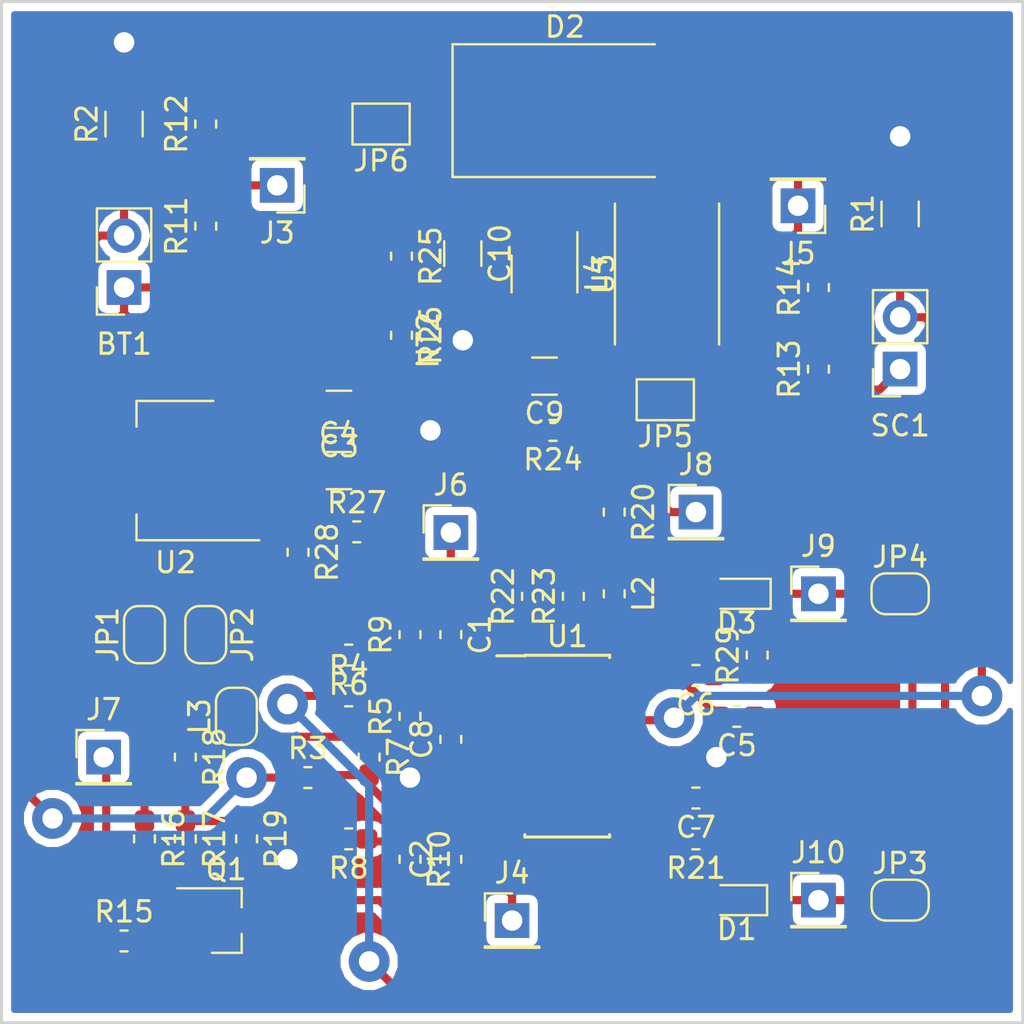
<source format=kicad_pcb>
(kicad_pcb (version 20171130) (host pcbnew 6.0.0-rc1-unknown-829ba27~65~ubuntu17.10.1)
  (layers (0 F.Cu signal) (31 B.Cu signal) (34 B.Paste user) (35 F.Paste user) (36 B.SilkS user) (37 F.SilkS user) (38 B.Mask user) (39 F.Mask user) (44 Edge.Cuts user))
  (net 0 "")
  (net 1 /batt_current)
  (net 2 GND)
  (net 3 +BATT)
  (net 4 "Net-(JP1-Pad1)")
  (net 5 +VSW)
  (net 6 /solar_current)
  (net 7 "Net-(Q1-Pad2)")
  (net 8 "Net-(D1-Pad1)")
  (net 9 /SOLAR_CUR)
  (net 10 /MT_GND)
  (net 11 /set_current)
  (net 12 /MT_FB)
  (net 13 /MT_OUT)
  (net 14 /MT_EN)
  (net 15 /MT_IN)
  (net 16 /mppt_out)
  (net 17 "Net-(C7-Pad1)")
  (net 18 /cur_output)
  (net 19 "Net-(Q1-Pad1)")
  (net 20 "Net-(J7-Pad1)")
  (net 21 /V_op)
  (net 22 "Net-(J3-Pad1)")
  (net 23 +2V8)
  (net 24 /MT_SW)
  (net 25 /pwm)
  (net 26 /BATT_CUR)
  (net 27 /A-)
  (net 28 /B+)
  (net 29 /A+)
  (net 30 /B-)
  (net 31 "Net-(R27-Pad1)")
  (net 32 /v_solar_adc)
  (net 33 "Net-(C6-Pad1)")
  (net 34 /v_mppt_set)
  (net 35 "Net-(J8-Pad1)")
  (net 36 "Net-(D3-Pad1)")
  (module solar-light:smps_gnd_tie (layer F.Cu) (at 122.584993 116.584993 90)
    (fp_text reference NT2 (at 0 -1.7 90) (layer F.SilkS))
    (fp_text value Net-Tie_2)
    (pad 1 smd rect (at 0 0 90) (size 2 2) (layers F.Cu F.Paste F.Mask) (net 10 /MT_GND) (thermal_gap -0.2))
    (pad 2 thru_hole circle (at 0 0 90) (size 2 2) (drill 1) (layers *.Mask B.Cu) (net 2 GND))
  )
  (module Package_SO:SOIC-14_3.9x8.7mm_P1.27mm (layer F.Cu) (at 127.7 136.46)
    (fp_text reference U1 (at 0 -5.375) (layer F.SilkS))
    (fp_text value LMV324)
    (pad 1 smd rect (at -2.7 -3.81) (size 1.5 0.6) (layers F.Cu F.Paste F.Mask) (net 6 /solar_current))
    (pad 2 smd rect (at -2.7 -2.54) (size 1.5 0.6) (layers F.Cu F.Paste F.Mask) (net 27 /A-))
    (pad 3 smd rect (at -2.7 -1.27) (size 1.5 0.6) (layers F.Cu F.Paste F.Mask) (net 29 /A+))
    (pad 4 smd rect (at -2.7 0) (size 1.5 0.6) (layers F.Cu F.Paste F.Mask) (net 21 /V_op))
    (pad 5 smd rect (at -2.7 1.27) (size 1.5 0.6) (layers F.Cu F.Paste F.Mask) (net 28 /B+))
    (pad 6 smd rect (at -2.7 2.54) (size 1.5 0.6) (layers F.Cu F.Paste F.Mask) (net 30 /B-))
    (pad 7 smd rect (at -2.7 3.81) (size 1.5 0.6) (layers F.Cu F.Paste F.Mask) (net 1 /batt_current))
    (pad 8 smd rect (at 2.7 3.81) (size 1.5 0.6) (layers F.Cu F.Paste F.Mask) (net 18 /cur_output))
    (pad 9 smd rect (at 2.7 2.54) (size 1.5 0.6) (layers F.Cu F.Paste F.Mask) (net 11 /set_current))
    (pad 10 smd rect (at 2.7 1.27) (size 1.5 0.6) (layers F.Cu F.Paste F.Mask) (net 1 /batt_current))
    (pad 11 smd rect (at 2.7 0) (size 1.5 0.6) (layers F.Cu F.Paste F.Mask) (net 2 GND))
    (pad 12 smd rect (at 2.7 -1.27) (size 1.5 0.6) (layers F.Cu F.Paste F.Mask) (net 32 /v_solar_adc))
    (pad 13 smd rect (at 2.7 -2.54) (size 1.5 0.6) (layers F.Cu F.Paste F.Mask) (net 34 /v_mppt_set))
    (pad 14 smd rect (at 2.7 -3.81) (size 1.5 0.6) (layers F.Cu F.Paste F.Mask) (net 16 /mppt_out))
  )
  (module Diode_SMD:D_0603_1608Metric_Pad1.05x0.95mm_HandSolder (layer F.Cu) (at 136 129 180)
    (fp_text reference D3 (at 0 -1.43 180) (layer F.SilkS))
    (fp_text value D_Schottky)
    (pad 1 smd roundrect (at -0.875 0 180) (size 1.05 0.95) (layers F.Cu F.Paste F.Mask) (net 36 "Net-(D3-Pad1)"))
    (pad 2 smd roundrect (at 0.875 0 180) (size 1.05 0.95) (layers F.Cu F.Paste F.Mask) (net 16 /mppt_out))
  )
  (module Capacitor_SMD:C_0603_1608Metric_Pad1.05x0.95mm_HandSolder (layer F.Cu) (at 134 133 180)
    (fp_text reference C6 (at 0 -1.43 180) (layer F.SilkS))
    (fp_text value NC)
    (pad 1 smd roundrect (at -0.875 0 180) (size 1.05 0.95) (layers F.Cu F.Paste F.Mask) (net 33 "Net-(C6-Pad1)"))
    (pad 2 smd roundrect (at 0.875 0 180) (size 1.05 0.95) (layers F.Cu F.Paste F.Mask) (net 34 /v_mppt_set))
  )
  (module Resistor_SMD:R_0603_1608Metric_Pad1.05x0.95mm_HandSolder (layer F.Cu) (at 128 129.125 90)
    (fp_text reference R23 (at 0 -1.43 90) (layer F.SilkS))
    (fp_text value 1K)
    (pad 2 smd roundrect (at 0.875 0 90) (size 1.05 0.95) (layers F.Cu F.Paste F.Mask) (net 2 GND))
    (pad 1 smd roundrect (at -0.875 0 90) (size 1.05 0.95) (layers F.Cu F.Paste F.Mask) (net 34 /v_mppt_set))
  )
  (module Resistor_SMD:R_0603_1608Metric_Pad1.05x0.95mm_HandSolder (layer F.Cu) (at 130 125 270)
    (fp_text reference R20 (at 0 -1.43 270) (layer F.SilkS))
    (fp_text value 100)
    (pad 1 smd roundrect (at -0.875 0 270) (size 1.05 0.95) (layers F.Cu F.Paste F.Mask) (net 35 "Net-(J8-Pad1)"))
    (pad 2 smd roundrect (at 0.875 0 270) (size 1.05 0.95) (layers F.Cu F.Paste F.Mask) (net 25 /pwm))
  )
  (module Resistor_SMD:R_0603_1608Metric_Pad1.05x0.95mm_HandSolder (layer F.Cu) (at 126 129.125 90)
    (fp_text reference R22 (at 0 -1.43 90) (layer F.SilkS))
    (fp_text value 220K)
    (pad 2 smd roundrect (at 0.875 0 90) (size 1.05 0.95) (layers F.Cu F.Paste F.Mask) (net 34 /v_mppt_set))
    (pad 1 smd roundrect (at -0.875 0 90) (size 1.05 0.95) (layers F.Cu F.Paste F.Mask) (net 21 /V_op))
  )
  (module Resistor_SMD:R_0603_1608Metric_Pad1.05x0.95mm_HandSolder (layer F.Cu) (at 137 132 90)
    (fp_text reference R29 (at 0 -1.43 90) (layer F.SilkS))
    (fp_text value NC)
    (pad 1 smd roundrect (at -0.875 0 90) (size 1.05 0.95) (layers F.Cu F.Paste F.Mask) (net 33 "Net-(C6-Pad1)"))
    (pad 2 smd roundrect (at 0.875 0 90) (size 1.05 0.95) (layers F.Cu F.Paste F.Mask) (net 16 /mppt_out))
  )
  (module Package_TO_SOT_SMD:SOT-23-6_Handsoldering (layer F.Cu) (at 126.584993 113.343124 270)
    (fp_text reference U3 (at 0 -2.9 270) (layer F.SilkS))
    (fp_text value SD6201)
    (pad 1 smd rect (at -1.35 -0.95 270) (size 1.56 0.55) (layers F.Cu F.Paste F.Mask) (net 24 /MT_SW))
    (pad 2 smd rect (at -1.35 0 270) (size 1.56 0.55) (layers F.Cu F.Paste F.Mask) (net 10 /MT_GND))
    (pad 3 smd rect (at -1.35 0.95 270) (size 1.56 0.55) (layers F.Cu F.Paste F.Mask) (net 12 /MT_FB))
    (pad 4 smd rect (at 1.35 0.95 270) (size 1.56 0.55) (layers F.Cu F.Paste F.Mask) (net 14 /MT_EN))
    (pad 6 smd rect (at 1.35 -0.95 270) (size 1.56 0.55) (layers F.Cu F.Paste F.Mask) (net 15 /MT_IN))
    (pad 5 smd rect (at 1.35 0 270) (size 1.56 0.55) (layers F.Cu F.Paste F.Mask) (net 15 /MT_IN))
  )
  (module Resistor_SMD:R_0603_1608Metric_Pad1.05x0.95mm_HandSolder (layer F.Cu) (at 110 111 90)
    (fp_text reference R11 (at 0 -1.43 90) (layer F.SilkS))
    (fp_text value R_Small)
    (pad 2 smd roundrect (at 0.875 0 90) (size 1.05 0.95) (layers F.Cu F.Paste F.Mask) (net 22 "Net-(J3-Pad1)"))
    (pad 1 smd roundrect (at -0.875 0 90) (size 1.05 0.95) (layers F.Cu F.Paste F.Mask) (net 3 +BATT))
  )
  (module Connector_PinHeader_2.54mm:PinHeader_1x01_P2.54mm_Vertical (layer F.Cu) (at 113.5 109 180)
    (fp_text reference J3 (at 0 -2.33 180) (layer F.SilkS))
    (fp_text value batt_voltage)
    (pad 1 thru_hole rect (at 0 0 180) (size 1.7 1.7) (drill 1) (layers *.Cu *.Mask) (net 22 "Net-(J3-Pad1)"))
  )
  (module Capacitor_SMD:C_1206_3216Metric_Pad1.42x1.75mm_HandSolder (layer F.Cu) (at 116.518573 119.967462 180)
    (fp_text reference C3 (at 0 -1.82 180) (layer F.SilkS))
    (fp_text value 10uF)
    (pad 2 smd roundrect (at 1.4875 0 180) (size 1.425 1.75) (layers F.Cu F.Paste F.Mask) (roundrect_rratio 0.175439) (net 3 +BATT))
    (pad 1 smd roundrect (at -1.4875 0 180) (size 1.425 1.75) (layers F.Cu F.Paste F.Mask) (roundrect_rratio 0.175439) (net 2 GND))
  )
  (module Capacitor_SMD:C_1206_3216Metric_Pad1.42x1.75mm_HandSolder (layer F.Cu) (at 116.518573 122.967462)
    (fp_text reference C4 (at 0 -1.82) (layer F.SilkS))
    (fp_text value 10uF)
    (pad 1 smd roundrect (at -1.4875 0) (size 1.425 1.75) (layers F.Cu F.Paste F.Mask) (roundrect_rratio 0.175439) (net 23 +2V8))
    (pad 2 smd roundrect (at 1.4875 0) (size 1.425 1.75) (layers F.Cu F.Paste F.Mask) (roundrect_rratio 0.175439) (net 2 GND))
  )
  (module Package_TO_SOT_SMD:SOT-223-3_TabPin2 (layer F.Cu) (at 108.518573 122.967462 180)
    (fp_text reference U2 (at 0 -4.5 180) (layer F.SilkS))
    (fp_text value LM317_ADJ)
    (pad 2 smd rect (at 3.15 0 180) (size 2 3.8) (layers F.Cu F.Paste F.Mask) (net 23 +2V8))
    (pad 2 smd rect (at -3.15 0 180) (size 2 1.5) (layers F.Cu F.Paste F.Mask) (net 23 +2V8))
    (pad 3 smd rect (at -3.15 2.3 180) (size 2 1.5) (layers F.Cu F.Paste F.Mask) (net 3 +BATT))
    (pad 1 smd rect (at -3.15 -2.3 180) (size 2 1.5) (layers F.Cu F.Paste F.Mask) (net 31 "Net-(R27-Pad1)"))
  )
  (module Resistor_SMD:R_0603_1608Metric_Pad1.05x0.95mm_HandSolder (layer F.Cu) (at 117.393573 125.967462)
    (fp_text reference R27 (at 0 -1.43) (layer F.SilkS))
    (fp_text value 1K)
    (pad 2 smd roundrect (at 0.875 0) (size 1.05 0.95) (layers F.Cu F.Paste F.Mask) (net 2 GND))
    (pad 1 smd roundrect (at -0.875 0) (size 1.05 0.95) (layers F.Cu F.Paste F.Mask) (net 31 "Net-(R27-Pad1)"))
  )
  (module Resistor_SMD:R_0603_1608Metric_Pad1.05x0.95mm_HandSolder (layer F.Cu) (at 114.518573 126.967462 270)
    (fp_text reference R28 (at 0 -1.43 270) (layer F.SilkS))
    (fp_text value 1K)
    (pad 1 smd roundrect (at -0.875 0 270) (size 1.05 0.95) (layers F.Cu F.Paste F.Mask) (net 23 +2V8))
    (pad 2 smd roundrect (at 0.875 0 270) (size 1.05 0.95) (layers F.Cu F.Paste F.Mask) (net 31 "Net-(R27-Pad1)"))
  )
  (module Capacitor_SMD:C_0603_1608Metric_Pad1.05x0.95mm_HandSolder (layer F.Cu) (at 122 131 270)
    (fp_text reference C1 (at 0 -1.43 270) (layer F.SilkS))
    (fp_text value 0.1uF)
    (pad 2 smd roundrect (at 0.875 0 270) (size 1.05 0.95) (layers F.Cu F.Paste F.Mask) (net 27 /A-))
    (pad 1 smd roundrect (at -0.875 0 270) (size 1.05 0.95) (layers F.Cu F.Paste F.Mask) (net 6 /solar_current))
  )
  (module Capacitor_SMD:C_0603_1608Metric_Pad1.05x0.95mm_HandSolder (layer F.Cu) (at 122 142 90)
    (fp_text reference C2 (at 0 -1.43 90) (layer F.SilkS))
    (fp_text value 0.1uF)
    (pad 1 smd roundrect (at -0.875 0 90) (size 1.05 0.95) (layers F.Cu F.Paste F.Mask) (net 1 /batt_current))
    (pad 2 smd roundrect (at 0.875 0 90) (size 1.05 0.95) (layers F.Cu F.Paste F.Mask) (net 30 /B-))
  )
  (module Capacitor_SMD:C_0603_1608Metric_Pad1.05x0.95mm_HandSolder (layer F.Cu) (at 136 135 180)
    (fp_text reference C5 (at 0 -1.43 180) (layer F.SilkS))
    (fp_text value 0.1uF)
    (pad 2 smd roundrect (at 0.875 0 180) (size 1.05 0.95) (layers F.Cu F.Paste F.Mask) (net 34 /v_mppt_set))
    (pad 1 smd roundrect (at -0.875 0 180) (size 1.05 0.95) (layers F.Cu F.Paste F.Mask) (net 2 GND))
  )
  (module Capacitor_SMD:C_0603_1608Metric_Pad1.05x0.95mm_HandSolder (layer F.Cu) (at 134 139 180)
    (fp_text reference C7 (at 0 -1.43 180) (layer F.SilkS))
    (fp_text value NC)
    (pad 2 smd roundrect (at 0.875 0 180) (size 1.05 0.95) (layers F.Cu F.Paste F.Mask) (net 11 /set_current))
    (pad 1 smd roundrect (at -0.875 0 180) (size 1.05 0.95) (layers F.Cu F.Paste F.Mask) (net 17 "Net-(C7-Pad1)"))
  )
  (module Capacitor_SMD:C_0603_1608Metric_Pad1.05x0.95mm_HandSolder (layer F.Cu) (at 122 136.125 90)
    (fp_text reference C8 (at 0 -1.43 90) (layer F.SilkS))
    (fp_text value 0.1uF)
    (pad 2 smd roundrect (at 0.875 0 90) (size 1.05 0.95) (layers F.Cu F.Paste F.Mask) (net 21 /V_op))
    (pad 1 smd roundrect (at -0.875 0 90) (size 1.05 0.95) (layers F.Cu F.Paste F.Mask) (net 2 GND))
  )
  (module Capacitor_SMD:C_1206_3216Metric_Pad1.42x1.75mm_HandSolder (layer F.Cu) (at 126.584993 118.343124 180)
    (fp_text reference C9 (at 0 -1.82 180) (layer F.SilkS))
    (fp_text value 22uF)
    (pad 2 smd roundrect (at 1.4875 0 180) (size 1.425 1.75) (layers F.Cu F.Paste F.Mask) (roundrect_rratio 0.175439) (net 10 /MT_GND))
    (pad 1 smd roundrect (at -1.4875 0 180) (size 1.425 1.75) (layers F.Cu F.Paste F.Mask) (roundrect_rratio 0.175439) (net 15 /MT_IN))
  )
  (module Capacitor_SMD:C_1206_3216Metric_Pad1.42x1.75mm_HandSolder (layer F.Cu) (at 122.584993 112.343124 270)
    (fp_text reference C10 (at 0 -1.82 270) (layer F.SilkS))
    (fp_text value 22uF)
    (pad 1 smd roundrect (at -1.4875 0 270) (size 1.425 1.75) (layers F.Cu F.Paste F.Mask) (roundrect_rratio 0.175439) (net 13 /MT_OUT))
    (pad 2 smd roundrect (at 1.4875 0 270) (size 1.425 1.75) (layers F.Cu F.Paste F.Mask) (roundrect_rratio 0.175439) (net 10 /MT_GND))
  )
  (module Connector_PinHeader_2.54mm:PinHeader_1x01_P2.54mm_Vertical (layer F.Cu) (at 125 145)
    (fp_text reference J4 (at 0 -2.33) (layer F.SilkS))
    (fp_text value batt_current)
    (pad 1 thru_hole rect (at 0 0) (size 1.7 1.7) (drill 1) (layers *.Cu *.Mask) (net 1 /batt_current))
  )
  (module Connector_PinHeader_2.54mm:PinHeader_1x01_P2.54mm_Vertical (layer F.Cu) (at 140 144)
    (fp_text reference J10 (at 0 -2.33) (layer F.SilkS))
    (fp_text value CURRENT_SET)
    (pad 1 thru_hole rect (at 0 0) (size 1.7 1.7) (drill 1) (layers *.Cu *.Mask) (net 8 "Net-(D1-Pad1)"))
  )
  (module Connector_PinHeader_2.54mm:PinHeader_1x01_P2.54mm_Vertical (layer F.Cu) (at 140 129)
    (fp_text reference J9 (at 0 -2.33) (layer F.SilkS))
    (fp_text value MPPT)
    (pad 1 thru_hole rect (at 0 0) (size 1.7 1.7) (drill 1) (layers *.Cu *.Mask) (net 36 "Net-(D3-Pad1)"))
  )
  (module Connector_PinHeader_2.54mm:PinHeader_1x01_P2.54mm_Vertical (layer F.Cu) (at 105 137)
    (fp_text reference J7 (at 0 -2.33) (layer F.SilkS))
    (fp_text value TRICKLE_DIS)
    (pad 1 thru_hole rect (at 0 0) (size 1.7 1.7) (drill 1) (layers *.Cu *.Mask) (net 20 "Net-(J7-Pad1)"))
  )
  (module Connector_PinHeader_2.54mm:PinHeader_1x01_P2.54mm_Vertical (layer F.Cu) (at 122 126)
    (fp_text reference J6 (at 0 -2.33) (layer F.SilkS))
    (fp_text value solar_current)
    (pad 1 thru_hole rect (at 0 0) (size 1.7 1.7) (drill 1) (layers *.Cu *.Mask) (net 6 /solar_current))
  )
  (module Connector_PinHeader_2.54mm:PinHeader_1x01_P2.54mm_Vertical (layer F.Cu) (at 139 110 180)
    (fp_text reference J5 (at 0 -2.33 180) (layer F.SilkS))
    (fp_text value v_solar_adc)
    (pad 1 thru_hole rect (at 0 0 180) (size 1.7 1.7) (drill 1) (layers *.Cu *.Mask) (net 32 /v_solar_adc))
  )
  (module Connector_PinHeader_2.54mm:PinHeader_1x01_P2.54mm_Vertical (layer F.Cu) (at 134 125)
    (fp_text reference J8 (at 0 -2.33) (layer F.SilkS))
    (fp_text value PWM_MPPT)
    (pad 1 thru_hole rect (at 0 0) (size 1.7 1.7) (drill 1) (layers *.Cu *.Mask) (net 35 "Net-(J8-Pad1)"))
  )
  (module Connector_PinSocket_2.54mm:PinSocket_1x02_P2.54mm_Vertical (layer F.Cu) (at 144 118 180)
    (fp_text reference SC1 (at 0 -2.77 180) (layer F.SilkS))
    (fp_text value Solar_Cell)
    (pad 2 thru_hole oval (at 0 2.54 180) (size 1.7 1.7) (drill 1) (layers *.Cu *.Mask) (net 9 /SOLAR_CUR))
    (pad 1 thru_hole rect (at 0 0 180) (size 1.7 1.7) (drill 1) (layers *.Cu *.Mask) (net 5 +VSW))
  )
  (module Connector_PinSocket_2.54mm:PinSocket_1x02_P2.54mm_Vertical (layer F.Cu) (at 106 114 180)
    (fp_text reference BT1 (at 0 -2.77 180) (layer F.SilkS))
    (fp_text value Battery_Cell)
    (pad 1 thru_hole rect (at 0 0 180) (size 1.7 1.7) (drill 1) (layers *.Cu *.Mask) (net 3 +BATT))
    (pad 2 thru_hole oval (at 0 2.54 180) (size 1.7 1.7) (drill 1) (layers *.Cu *.Mask) (net 26 /BATT_CUR))
  )
  (module Diode_SMD:D_0603_1608Metric_Pad0.88x0.95mm_HandSolder (layer F.Cu) (at 136 144 180)
    (fp_text reference D1 (at 0 -1.43 180) (layer F.SilkS))
    (fp_text value D_Schottky)
    (pad 1 smd roundrect (at -0.7875 0 180) (size 0.875 0.95) (layers F.Cu F.Paste F.Mask) (net 8 "Net-(D1-Pad1)"))
    (pad 2 smd roundrect (at 0.7875 0 180) (size 0.875 0.95) (layers F.Cu F.Paste F.Mask) (net 18 /cur_output))
  )
  (module Diode_SMD:D_SMB-SMC_Universal_Handsoldering (layer F.Cu) (at 127.584993 105.343124)
    (fp_text reference D2 (at 0 -4.1) (layer F.SilkS))
    (fp_text value SS32)
    (pad 1 smd trapezoid (at -3.2 0) (size 4.3 2.6) (rect_delta 1 0) (layers F.Cu F.Paste F.Mask) (net 13 /MT_OUT))
    (pad 2 smd trapezoid (at 3.2 0 180) (size 4.3 2.6) (rect_delta 1 0) (layers F.Cu F.Paste F.Mask) (net 24 /MT_SW))
  )
  (module Inductor_SMD:L_0603_1608Metric_Pad1.05x0.95mm_HandSolder (layer F.Cu) (at 130 129 270)
    (fp_text reference L2 (at 0 -1.43 270) (layer F.SilkS))
    (fp_text value 100nF)
    (pad 1 smd roundrect (at -0.875 0 270) (size 1.05 0.95) (layers F.Cu F.Paste F.Mask) (net 25 /pwm))
    (pad 2 smd roundrect (at 0.875 0 270) (size 1.05 0.95) (layers F.Cu F.Paste F.Mask) (net 34 /v_mppt_set))
  )
  (module Inductor_SMD:L_Taiyo-Yuden_NR-50xx_HandSoldering (layer F.Cu) (at 132.584993 113.343124 90)
    (fp_text reference L4 (at 0 -3.45 90) (layer F.SilkS))
    (fp_text value 4.7uH)
    (pad 1 smd rect (at -2.25 0 90) (size 2.4 4.2) (layers F.Cu F.Paste F.Mask) (net 15 /MT_IN))
    (pad 2 smd rect (at 2.25 0 90) (size 2.4 4.2) (layers F.Cu F.Paste F.Mask) (net 24 /MT_SW))
  )
  (module Jumper:SolderJumper-2_P1.3mm_Bridged_Pad1.0x1.5mm (layer F.Cu) (at 132.5 119.5 180)
    (fp_text reference JP5 (at 0 -1.8 180) (layer F.SilkS))
    (fp_text value Jumper_NC_Small)
    (pad 1 smd rect (at -0.65 0 180) (size 1 1.5) (layers F.Cu F.Mask) (net 5 +VSW))
    (pad 2 smd rect (at 0.65 0 180) (size 1 1.5) (layers F.Cu F.Mask) (net 15 /MT_IN))
    (pad 1 smd rect (at 0 0 180) (size 0.5 0.6) (layers F.Cu F.Mask) (net 5 +VSW))
  )
  (module Jumper:SolderJumper-2_P1.3mm_Bridged_Pad1.0x1.5mm (layer F.Cu) (at 118.584993 106 180)
    (fp_text reference JP6 (at 0 -1.8 180) (layer F.SilkS))
    (fp_text value Jumper_NC_Small)
    (pad 1 smd rect (at 0 0 180) (size 0.5 0.6) (layers F.Cu F.Mask) (net 13 /MT_OUT))
    (pad 2 smd rect (at 0.65 0 180) (size 1 1.5) (layers F.Cu F.Mask) (net 3 +BATT))
    (pad 1 smd rect (at -0.65 0 180) (size 1 1.5) (layers F.Cu F.Mask) (net 13 /MT_OUT))
  )
  (module Jumper:SolderJumper-2_P1.3mm_Bridged_RoundedPad1.0x1.5mm (layer F.Cu) (at 111.5 135 90)
    (fp_text reference L3 (at 0 -1.8 90) (layer F.SilkS))
    (fp_text value JUMPER)
    (pad 1 smd rect (at 0 0 90) (size 0.5 0.6) (layers F.Cu F.Mask) (net 21 /V_op))
    (pad 2 smd roundrect (at 0.65 0 90) (size 1 1.5) (layers F.Cu F.Mask) (roundrect_rratio 0.5) (net 4 "Net-(JP1-Pad1)"))
    (pad 1 smd roundrect (at -0.65 0 90) (size 1 1.5) (layers F.Cu F.Mask) (roundrect_rratio 0.5) (net 21 /V_op))
    (pad 1 smd rect (at -0.4 0 90) (size 0.5 1.5) (layers F.Cu F.Mask) (net 21 /V_op))
    (pad 2 smd rect (at 0.4 0 90) (size 0.5 1.5) (layers F.Cu F.Mask) (net 4 "Net-(JP1-Pad1)"))
  )
  (module Jumper:SolderJumper-2_P1.3mm_Open_RoundedPad1.0x1.5mm (layer F.Cu) (at 110 131 270)
    (fp_text reference JP2 (at 0 -1.8 270) (layer F.SilkS))
    (fp_text value 2V8)
    (pad 2 smd rect (at 0.4 0 270) (size 0.5 1.5) (layers F.Cu F.Mask) (net 4 "Net-(JP1-Pad1)"))
    (pad 1 smd rect (at -0.4 0 270) (size 0.5 1.5) (layers F.Cu F.Mask) (net 23 +2V8))
    (pad 1 smd roundrect (at -0.65 0 270) (size 1 1.5) (layers F.Cu F.Mask) (roundrect_rratio 0.5) (net 23 +2V8))
    (pad 2 smd roundrect (at 0.65 0 270) (size 1 1.5) (layers F.Cu F.Mask) (roundrect_rratio 0.5) (net 4 "Net-(JP1-Pad1)"))
  )
  (module Jumper:SolderJumper-2_P1.3mm_Open_RoundedPad1.0x1.5mm (layer F.Cu) (at 144 144)
    (fp_text reference JP3 (at 0 -1.8) (layer F.SilkS))
    (fp_text value Jumper_NO_Small)
    (pad 2 smd roundrect (at 0.65 0) (size 1 1.5) (layers F.Cu F.Mask) (roundrect_rratio 0.5) (net 12 /MT_FB))
    (pad 1 smd roundrect (at -0.65 0) (size 1 1.5) (layers F.Cu F.Mask) (roundrect_rratio 0.5) (net 8 "Net-(D1-Pad1)"))
    (pad 1 smd rect (at -0.4 0) (size 0.5 1.5) (layers F.Cu F.Mask) (net 8 "Net-(D1-Pad1)"))
    (pad 2 smd rect (at 0.4 0) (size 0.5 1.5) (layers F.Cu F.Mask) (net 12 /MT_FB))
  )
  (module Jumper:SolderJumper-2_P1.3mm_Open_RoundedPad1.0x1.5mm (layer F.Cu) (at 144 129)
    (fp_text reference JP4 (at 0 -1.8) (layer F.SilkS))
    (fp_text value Jumper_NO_Small)
    (pad 2 smd rect (at 0.4 0) (size 0.5 1.5) (layers F.Cu F.Mask) (net 12 /MT_FB))
    (pad 1 smd rect (at -0.4 0) (size 0.5 1.5) (layers F.Cu F.Mask) (net 36 "Net-(D3-Pad1)"))
    (pad 1 smd roundrect (at -0.65 0) (size 1 1.5) (layers F.Cu F.Mask) (roundrect_rratio 0.5) (net 36 "Net-(D3-Pad1)"))
    (pad 2 smd roundrect (at 0.65 0) (size 1 1.5) (layers F.Cu F.Mask) (roundrect_rratio 0.5) (net 12 /MT_FB))
  )
  (module Jumper:SolderJumper-2_P1.3mm_Open_RoundedPad1.0x1.5mm (layer F.Cu) (at 107 131 90)
    (fp_text reference JP1 (at 0 -1.8 90) (layer F.SilkS))
    (fp_text value BATT+)
    (pad 2 smd roundrect (at 0.65 0 90) (size 1 1.5) (layers F.Cu F.Mask) (roundrect_rratio 0.5) (net 3 +BATT))
    (pad 1 smd roundrect (at -0.65 0 90) (size 1 1.5) (layers F.Cu F.Mask) (roundrect_rratio 0.5) (net 4 "Net-(JP1-Pad1)"))
    (pad 1 smd rect (at -0.4 0 90) (size 0.5 1.5) (layers F.Cu F.Mask) (net 4 "Net-(JP1-Pad1)"))
    (pad 2 smd rect (at 0.4 0 90) (size 0.5 1.5) (layers F.Cu F.Mask) (net 3 +BATT))
  )
  (module Package_TO_SOT_SMD:SOT-23_Handsoldering (layer F.Cu) (at 111 145)
    (fp_text reference Q1 (at 0 -2.5) (layer F.SilkS))
    (fp_text value AO3400)
    (pad 1 smd rect (at -1.5 -0.95) (size 1.9 0.8) (layers F.Cu F.Paste F.Mask) (net 19 "Net-(Q1-Pad1)"))
    (pad 2 smd rect (at -1.5 0.95) (size 1.9 0.8) (layers F.Cu F.Paste F.Mask) (net 7 "Net-(Q1-Pad2)"))
    (pad 3 smd rect (at 1.5 0) (size 1.9 0.8) (layers F.Cu F.Paste F.Mask) (net 2 GND))
  )
  (module Resistor_SMD:R_0603_1608Metric_Pad1.05x0.95mm_HandSolder (layer F.Cu) (at 140 114 90)
    (fp_text reference R14 (at 0 -1.43 90) (layer F.SilkS))
    (fp_text value R_Small)
    (pad 2 smd roundrect (at 0.875 0 90) (size 1.05 0.95) (layers F.Cu F.Paste F.Mask) (net 2 GND))
    (pad 1 smd roundrect (at -0.875 0 90) (size 1.05 0.95) (layers F.Cu F.Paste F.Mask) (net 32 /v_solar_adc))
  )
  (module Resistor_SMD:R_0603_1608Metric_Pad1.05x0.95mm_HandSolder (layer F.Cu) (at 110 106 90)
    (fp_text reference R12 (at 0 -1.43 90) (layer F.SilkS))
    (fp_text value 1K)
    (pad 1 smd roundrect (at -0.875 0 90) (size 1.05 0.95) (layers F.Cu F.Paste F.Mask) (net 22 "Net-(J3-Pad1)"))
    (pad 2 smd roundrect (at 0.875 0 90) (size 1.05 0.95) (layers F.Cu F.Paste F.Mask) (net 2 GND))
  )
  (module Resistor_SMD:R_0603_1608Metric_Pad1.05x0.95mm_HandSolder (layer F.Cu) (at 120 142 270)
    (fp_text reference R10 (at 0 -1.43 270) (layer F.SilkS))
    (fp_text value 33K)
    (pad 1 smd roundrect (at -0.875 0 270) (size 1.05 0.95) (layers F.Cu F.Paste F.Mask) (net 30 /B-))
    (pad 2 smd roundrect (at 0.875 0 270) (size 1.05 0.95) (layers F.Cu F.Paste F.Mask) (net 1 /batt_current))
  )
  (module Resistor_SMD:R_0603_1608Metric_Pad1.05x0.95mm_HandSolder (layer F.Cu) (at 120 131 90)
    (fp_text reference R9 (at 0 -1.43 90) (layer F.SilkS))
    (fp_text value 33K)
    (pad 2 smd roundrect (at 0.875 0 90) (size 1.05 0.95) (layers F.Cu F.Paste F.Mask) (net 6 /solar_current))
    (pad 1 smd roundrect (at -0.875 0 90) (size 1.05 0.95) (layers F.Cu F.Paste F.Mask) (net 27 /A-))
  )
  (module Resistor_SMD:R_0603_1608Metric_Pad1.05x0.95mm_HandSolder (layer F.Cu) (at 117 141 180)
    (fp_text reference R8 (at 0 -1.43 180) (layer F.SilkS))
    (fp_text value 1K)
    (pad 1 smd roundrect (at -0.875 0 180) (size 1.05 0.95) (layers F.Cu F.Paste F.Mask) (net 30 /B-))
    (pad 2 smd roundrect (at 0.875 0 180) (size 1.05 0.95) (layers F.Cu F.Paste F.Mask) (net 2 GND))
  )
  (module Resistor_SMD:R_0603_1608Metric_Pad1.05x0.95mm_HandSolder (layer F.Cu) (at 118 137 270)
    (fp_text reference R7 (at 0 -1.43 270) (layer F.SilkS))
    (fp_text value 33K)
    (pad 2 smd roundrect (at 0.875 0 270) (size 1.05 0.95) (layers F.Cu F.Paste F.Mask) (net 28 /B+))
    (pad 1 smd roundrect (at -0.875 0 270) (size 1.05 0.95) (layers F.Cu F.Paste F.Mask) (net 21 /V_op))
  )
  (module Resistor_SMD:R_0603_1608Metric_Pad1.05x0.95mm_HandSolder (layer F.Cu) (at 120 135 90)
    (fp_text reference R5 (at 0 -1.43 90) (layer F.SilkS))
    (fp_text value 33K)
    (pad 1 smd roundrect (at -0.875 0 90) (size 1.05 0.95) (layers F.Cu F.Paste F.Mask) (net 21 /V_op))
    (pad 2 smd roundrect (at 0.875 0 90) (size 1.05 0.95) (layers F.Cu F.Paste F.Mask) (net 29 /A+))
  )
  (module Resistor_SMD:R_0603_1608Metric_Pad1.05x0.95mm_HandSolder (layer F.Cu) (at 117 134)
    (fp_text reference R4 (at 0 -1.43) (layer F.SilkS))
    (fp_text value 1K)
    (pad 2 smd roundrect (at 0.875 0) (size 1.05 0.95) (layers F.Cu F.Paste F.Mask) (net 29 /A+))
    (pad 1 smd roundrect (at -0.875 0) (size 1.05 0.95) (layers F.Cu F.Paste F.Mask) (net 9 /SOLAR_CUR))
  )
  (module Resistor_SMD:R_0603_1608Metric_Pad1.05x0.95mm_HandSolder (layer F.Cu) (at 115 138)
    (fp_text reference R3 (at 0 -1.43) (layer F.SilkS))
    (fp_text value 1K)
    (pad 1 smd roundrect (at -0.875 0) (size 1.05 0.95) (layers F.Cu F.Paste F.Mask) (net 26 /BATT_CUR))
    (pad 2 smd roundrect (at 0.875 0) (size 1.05 0.95) (layers F.Cu F.Paste F.Mask) (net 28 /B+))
  )
  (module Resistor_SMD:R_0603_1608Metric_Pad1.05x0.95mm_HandSolder (layer F.Cu) (at 140 118 90)
    (fp_text reference R13 (at 0 -1.43 90) (layer F.SilkS))
    (fp_text value R_Small)
    (pad 2 smd roundrect (at 0.875 0 90) (size 1.05 0.95) (layers F.Cu F.Paste F.Mask) (net 32 /v_solar_adc))
    (pad 1 smd roundrect (at -0.875 0 90) (size 1.05 0.95) (layers F.Cu F.Paste F.Mask) (net 5 +VSW))
  )
  (module Resistor_SMD:R_0603_1608Metric_Pad1.05x0.95mm_HandSolder (layer F.Cu) (at 117 132 180)
    (fp_text reference R6 (at 0 -1.43 180) (layer F.SilkS))
    (fp_text value 1K)
    (pad 1 smd roundrect (at -0.875 0 180) (size 1.05 0.95) (layers F.Cu F.Paste F.Mask) (net 27 /A-))
    (pad 2 smd roundrect (at 0.875 0 180) (size 1.05 0.95) (layers F.Cu F.Paste F.Mask) (net 2 GND))
  )
  (module Resistor_SMD:R_0603_1608Metric_Pad1.05x0.95mm_HandSolder (layer F.Cu) (at 106 146)
    (fp_text reference R15 (at 0 -1.43) (layer F.SilkS))
    (fp_text value 1K)
    (pad 2 smd roundrect (at 0.875 0) (size 1.05 0.95) (layers F.Cu F.Paste F.Mask) (net 7 "Net-(Q1-Pad2)"))
    (pad 1 smd roundrect (at -0.875 0) (size 1.05 0.95) (layers F.Cu F.Paste F.Mask) (net 20 "Net-(J7-Pad1)"))
  )
  (module Resistor_SMD:R_0603_1608Metric_Pad1.05x0.95mm_HandSolder (layer F.Cu) (at 109 141 270)
    (fp_text reference R17 (at 0 -1.43 270) (layer F.SilkS))
    (fp_text value R_Small)
    (pad 1 smd roundrect (at -0.875 0 270) (size 1.05 0.95) (layers F.Cu F.Paste F.Mask) (net 11 /set_current))
    (pad 2 smd roundrect (at 0.875 0 270) (size 1.05 0.95) (layers F.Cu F.Paste F.Mask) (net 19 "Net-(Q1-Pad1)"))
  )
  (module Resistor_SMD:R_0603_1608Metric_Pad1.05x0.95mm_HandSolder (layer F.Cu) (at 109 137 270)
    (fp_text reference R18 (at 0 -1.43 270) (layer F.SilkS))
    (fp_text value 220K)
    (pad 2 smd roundrect (at 0.875 0 270) (size 1.05 0.95) (layers F.Cu F.Paste F.Mask) (net 11 /set_current))
    (pad 1 smd roundrect (at -0.875 0 270) (size 1.05 0.95) (layers F.Cu F.Paste F.Mask) (net 21 /V_op))
  )
  (module Resistor_SMD:R_0603_1608Metric_Pad1.05x0.95mm_HandSolder (layer F.Cu) (at 112 141 270)
    (fp_text reference R19 (at 0 -1.43 270) (layer F.SilkS))
    (fp_text value 1K)
    (pad 1 smd roundrect (at -0.875 0 270) (size 1.05 0.95) (layers F.Cu F.Paste F.Mask) (net 11 /set_current))
    (pad 2 smd roundrect (at 0.875 0 270) (size 1.05 0.95) (layers F.Cu F.Paste F.Mask) (net 2 GND))
  )
  (module Resistor_SMD:R_0603_1608Metric_Pad1.05x0.95mm_HandSolder (layer F.Cu) (at 134 141 180)
    (fp_text reference R21 (at 0 -1.43 180) (layer F.SilkS))
    (fp_text value NC)
    (pad 1 smd roundrect (at -0.875 0 180) (size 1.05 0.95) (layers F.Cu F.Paste F.Mask) (net 17 "Net-(C7-Pad1)"))
    (pad 2 smd roundrect (at 0.875 0 180) (size 1.05 0.95) (layers F.Cu F.Paste F.Mask) (net 18 /cur_output))
  )
  (module Resistor_SMD:R_0603_1608Metric_Pad1.05x0.95mm_HandSolder (layer F.Cu) (at 127 121 180)
    (fp_text reference R24 (at 0 -1.43 180) (layer F.SilkS))
    (fp_text value 20K)
    (pad 2 smd roundrect (at 0.875 0 180) (size 1.05 0.95) (layers F.Cu F.Paste F.Mask) (net 14 /MT_EN))
    (pad 1 smd roundrect (at -0.875 0 180) (size 1.05 0.95) (layers F.Cu F.Paste F.Mask) (net 15 /MT_IN))
  )
  (module Resistor_SMD:R_0603_1608Metric_Pad1.05x0.95mm_HandSolder (layer F.Cu) (at 119.584993 112.468124 270)
    (fp_text reference R25 (at 0 -1.43 270) (layer F.SilkS))
    (fp_text value 20K)
    (pad 1 smd roundrect (at -0.875 0 270) (size 1.05 0.95) (layers F.Cu F.Paste F.Mask) (net 13 /MT_OUT))
    (pad 2 smd roundrect (at 0.875 0 270) (size 1.05 0.95) (layers F.Cu F.Paste F.Mask) (net 12 /MT_FB))
  )
  (module Resistor_SMD:R_0603_1608Metric_Pad1.05x0.95mm_HandSolder (layer F.Cu) (at 119.584993 116.343124 270)
    (fp_text reference R26 (at 0 -1.43 270) (layer F.SilkS))
    (fp_text value 120K)
    (pad 2 smd roundrect (at 0.875 0 270) (size 1.05 0.95) (layers F.Cu F.Paste F.Mask) (net 10 /MT_GND))
    (pad 1 smd roundrect (at -0.875 0 270) (size 1.05 0.95) (layers F.Cu F.Paste F.Mask) (net 12 /MT_FB))
  )
  (module Resistor_SMD:R_0603_1608Metric_Pad1.05x0.95mm_HandSolder (layer F.Cu) (at 107 141 270)
    (fp_text reference R16 (at 0 -1.43 270) (layer F.SilkS))
    (fp_text value 100K)
    (pad 1 smd roundrect (at -0.875 0 270) (size 1.05 0.95) (layers F.Cu F.Paste F.Mask) (net 21 /V_op))
    (pad 2 smd roundrect (at 0.875 0 270) (size 1.05 0.95) (layers F.Cu F.Paste F.Mask) (net 7 "Net-(Q1-Pad2)"))
  )
  (module Resistor_SMD:R_1206_3216Metric (layer F.Cu) (at 106 106 90)
    (fp_text reference R2 (at 0 -1.82 90) (layer F.SilkS))
    (fp_text value 0.1R)
    (pad 2 smd roundrect (at 1.4 0 90) (size 1.25 1.75) (layers F.Cu F.Paste F.Mask) (roundrect_rratio 0.2) (net 2 GND))
    (pad 1 smd roundrect (at -1.4 0 90) (size 1.25 1.75) (layers F.Cu F.Paste F.Mask) (roundrect_rratio 0.2) (net 26 /BATT_CUR))
  )
  (module Resistor_SMD:R_1206_3216Metric (layer F.Cu) (at 144 110.4 90)
    (fp_text reference R1 (at 0 -1.82 90) (layer F.SilkS))
    (fp_text value 0.1R)
    (pad 1 smd roundrect (at -1.4 0 90) (size 1.25 1.75) (layers F.Cu F.Paste F.Mask) (roundrect_rratio 0.2) (net 9 /SOLAR_CUR))
    (pad 2 smd roundrect (at 1.4 0 90) (size 1.25 1.75) (layers F.Cu F.Paste F.Mask) (roundrect_rratio 0.2) (net 2 GND))
  )
  (gr_line (start 100 150) (end 100 100) (layer Edge.Cuts) (width 0.15))
  (gr_line (start 150 150) (end 100 150) (layer Edge.Cuts) (width 0.15))
  (gr_line (start 150 100) (end 150 150) (layer Edge.Cuts) (width 0.15))
  (gr_line (start 100 100) (end 150 100) (layer Edge.Cuts) (width 0.15))
  (segment (start 120 142.875) (end 122 142.875) (width 0.4) (layer F.Cu) (net 1))
  (segment (start 122 142.875) (end 123.125 142.875) (width 0.4) (layer F.Cu) (net 1))
  (segment (start 125 141) (end 125 140.27) (width 0.4) (layer F.Cu) (net 1))
  (segment (start 125 143.75) (end 124.25 143) (width 0.4) (layer F.Cu) (net 1))
  (segment (start 125 145) (end 125 143.75) (width 0.4) (layer F.Cu) (net 1))
  (segment (start 124.25 143) (end 124.25 142.25) (width 0.4) (layer F.Cu) (net 1))
  (segment (start 124.25 142.25) (end 124 142) (width 0.4) (layer F.Cu) (net 1))
  (segment (start 123.125 142.875) (end 124 142) (width 0.4) (layer F.Cu) (net 1))
  (segment (start 124 142) (end 125 141) (width 0.4) (layer F.Cu) (net 1))
  (segment (start 125.860002 140.27) (end 125 140.27) (width 0.4) (layer F.Cu) (net 1))
  (segment (start 128.400002 137.73) (end 125.860002 140.27) (width 0.4) (layer F.Cu) (net 1))
  (segment (start 130.4 137.73) (end 128.400002 137.73) (width 0.4) (layer F.Cu) (net 1))
  (segment (start 106.525 105.125) (end 106 104.6) (width 0.4) (layer F.Cu) (net 2))
  (segment (start 110 105.125) (end 106.525 105.125) (width 0.4) (layer F.Cu) (net 2))
  (segment (start 144 109.125) (end 144 109) (width 0.4) (layer F.Cu) (net 2))
  (segment (start 140 113.125) (end 144 109.125) (width 0.4) (layer F.Cu) (net 2))
  (segment (start 118.006073 119.967462) (end 118.006073 121.5) (width 0.4) (layer F.Cu) (net 2))
  (segment (start 118.006073 121.5) (end 118.006073 122.967462) (width 0.4) (layer F.Cu) (net 2))
  (segment (start 118.006073 125.704962) (end 118.268573 125.967462) (width 0.4) (layer F.Cu) (net 2))
  (segment (start 118.006073 122.967462) (end 118.006073 125.704962) (width 0.4) (layer F.Cu) (net 2))
  (segment (start 116.125 130.375) (end 116.125 132) (width 0.4) (layer F.Cu) (net 2))
  (segment (start 118.268573 125.967462) (end 118.268573 128.231427) (width 0.4) (layer F.Cu) (net 2))
  (segment (start 118.268573 128.231427) (end 116.125 130.375) (width 0.4) (layer F.Cu) (net 2))
  (segment (start 114.625 141.875) (end 112 141.875) (width 0.4) (layer F.Cu) (net 2))
  (via (at 106 102) (size 2) (drill 1) (layers F.Cu B.Cu) (net 2))
  (segment (start 106 104.6) (end 106 102) (width 0.4) (layer F.Cu) (net 2))
  (via (at 121 121) (size 2) (drill 1) (layers F.Cu B.Cu) (net 2))
  (segment (start 120.5 121.5) (end 121 121) (width 0.4) (layer F.Cu) (net 2))
  (segment (start 118.006073 121.5) (end 120.5 121.5) (width 0.4) (layer F.Cu) (net 2))
  (segment (start 120.999999 137.000001) (end 120 138) (width 0.4) (layer F.Cu) (net 2))
  (segment (start 122 137) (end 120.999999 137.000001) (width 0.4) (layer F.Cu) (net 2))
  (via (at 120 138) (size 2) (drill 1) (layers F.Cu B.Cu) (net 2))
  (via (at 114 142) (size 2) (drill 1) (layers F.Cu B.Cu) (net 2))
  (segment (start 112.5 145) (end 112.5 143.5) (width 0.4) (layer F.Cu) (net 2))
  (segment (start 113.000001 142.999999) (end 114 142) (width 0.4) (layer F.Cu) (net 2))
  (segment (start 112.5 143.5) (end 113.000001 142.999999) (width 0.4) (layer F.Cu) (net 2))
  (segment (start 122 121) (end 121 121) (width 0.4) (layer F.Cu) (net 2))
  (segment (start 128 128.25) (end 128 127) (width 0.4) (layer F.Cu) (net 2))
  (segment (start 128 127) (end 122 121) (width 0.4) (layer F.Cu) (net 2))
  (segment (start 144 109) (end 144 106.60001) (width 0.4) (layer F.Cu) (net 2))
  (via (at 144 106.60001) (size 2) (drill 1) (layers F.Cu B.Cu) (net 2))
  (via (at 135 137) (size 2) (drill 1) (layers F.Cu B.Cu) (net 2))
  (segment (start 136.875 135) (end 136.875 135.125) (width 0.4) (layer F.Cu) (net 2))
  (segment (start 136.875 135.125) (end 135 137) (width 0.4) (layer F.Cu) (net 2))
  (segment (start 132.09 137) (end 133.585787 137) (width 0.4) (layer F.Cu) (net 2))
  (segment (start 133.585787 137) (end 135 137) (width 0.4) (layer F.Cu) (net 2))
  (segment (start 131.55 136.46) (end 132.09 137) (width 0.4) (layer F.Cu) (net 2))
  (segment (start 130.4 136.46) (end 131.55 136.46) (width 0.4) (layer F.Cu) (net 2))
  (segment (start 107.875 114) (end 110 111.875) (width 0.4) (layer F.Cu) (net 3))
  (segment (start 106 114) (end 107.875 114) (width 0.4) (layer F.Cu) (net 3))
  (segment (start 112.368573 119.967462) (end 111.668573 120.667462) (width 0.4) (layer F.Cu) (net 3))
  (segment (start 115.031073 119.967462) (end 112.368573 119.967462) (width 0.4) (layer F.Cu) (net 3))
  (segment (start 111.417462 120.667462) (end 111.668573 120.667462) (width 0.4) (layer F.Cu) (net 3))
  (segment (start 106 115.25) (end 111.417462 120.667462) (width 0.4) (layer F.Cu) (net 3))
  (segment (start 107 130.35) (end 107 130.549989) (width 0.4) (layer F.Cu) (net 3))
  (segment (start 106 114) (end 106 115.25) (width 0.4) (layer F.Cu) (net 3))
  (segment (start 103 127) (end 106.35 130.35) (width 0.4) (layer F.Cu) (net 3))
  (segment (start 106.35 130.35) (end 107 130.35) (width 0.4) (layer F.Cu) (net 3))
  (segment (start 106 115.25) (end 103 118.25) (width 0.4) (layer F.Cu) (net 3))
  (segment (start 103 118.25) (end 103 127) (width 0.4) (layer F.Cu) (net 3))
  (segment (start 113.405002 111.875) (end 110 111.875) (width 0.4) (layer F.Cu) (net 3))
  (segment (start 116.125 111.875) (end 113.405002 111.875) (width 0.4) (layer F.Cu) (net 3))
  (segment (start 117.934993 106.243125) (end 117.934993 110.065007) (width 0.4) (layer F.Cu) (net 3))
  (segment (start 117.934993 110.065007) (end 116.125 111.875) (width 0.4) (layer F.Cu) (net 3))
  (segment (start 107 131.65) (end 108.5 131.65) (width 0.4) (layer F.Cu) (net 4))
  (segment (start 108.5 131.65) (end 110 131.65) (width 0.4) (layer F.Cu) (net 4))
  (segment (start 108.5 131.65) (end 110.15 131.65) (width 0.4) (layer F.Cu) (net 4))
  (segment (start 111.299999 132.799999) (end 111.299999 134.149999) (width 0.4) (layer F.Cu) (net 4))
  (segment (start 110.15 131.65) (end 111.299999 132.799999) (width 0.4) (layer F.Cu) (net 4))
  (segment (start 133.65 120) (end 133.15 119.5) (width 0.4) (layer F.Cu) (net 5))
  (segment (start 140 118.875) (end 138.875 120) (width 0.4) (layer F.Cu) (net 5))
  (segment (start 138.875 120) (end 133.65 120) (width 0.4) (layer F.Cu) (net 5))
  (segment (start 140.125 119) (end 140 118.875) (width 0.4) (layer F.Cu) (net 5))
  (segment (start 144 118) (end 143 119) (width 0.4) (layer F.Cu) (net 5))
  (segment (start 143 119) (end 140.125 119) (width 0.4) (layer F.Cu) (net 5))
  (segment (start 133.15 119.5) (end 132.950001 119.5) (width 0.4) (layer F.Cu) (net 5))
  (segment (start 124.525 132.65) (end 125 132.65) (width 0.4) (layer F.Cu) (net 6))
  (segment (start 122 130.125) (end 124.525 132.65) (width 0.4) (layer F.Cu) (net 6))
  (segment (start 120 130.125) (end 122 130.125) (width 0.4) (layer F.Cu) (net 6))
  (segment (start 122 130.125) (end 122 126) (width 0.4) (layer F.Cu) (net 6))
  (segment (start 109.45 146) (end 109.5 145.95) (width 0.4) (layer F.Cu) (net 7))
  (segment (start 106.875 146) (end 109.45 146) (width 0.4) (layer F.Cu) (net 7))
  (segment (start 107 145.875) (end 106.875 146) (width 0.4) (layer F.Cu) (net 7))
  (segment (start 107 141.875) (end 107 145.875) (width 0.4) (layer F.Cu) (net 7))
  (segment (start 136.7875 144) (end 140 144) (width 0.4) (layer F.Cu) (net 8))
  (segment (start 140 144) (end 143.549989 144) (width 0.4) (layer F.Cu) (net 8))
  (segment (start 144 111.8) (end 144 115.46) (width 0.4) (layer F.Cu) (net 9))
  (segment (start 114.39999 134) (end 114 134.39999) (width 0.4) (layer F.Cu) (net 9))
  (via (at 114 134.39999) (size 2) (drill 1) (layers F.Cu B.Cu) (net 9))
  (segment (start 116.125 134) (end 114.39999 134) (width 0.4) (layer F.Cu) (net 9))
  (via (at 118.000006 147) (size 2) (drill 1) (layers F.Cu B.Cu) (net 9))
  (segment (start 118.000006 145.585787) (end 118.000006 147) (width 0.4) (layer B.Cu) (net 9))
  (segment (start 114 134.39999) (end 118.000006 138.399996) (width 0.4) (layer B.Cu) (net 9))
  (segment (start 118.000006 138.399996) (end 118.000006 145.585787) (width 0.4) (layer B.Cu) (net 9))
  (segment (start 119.500006 148.5) (end 118.000006 147) (width 0.4) (layer F.Cu) (net 9))
  (segment (start 143.5 148.5) (end 119.500006 148.5) (width 0.4) (layer F.Cu) (net 9))
  (segment (start 146.199989 116.457908) (end 146.199989 145.800011) (width 0.4) (layer F.Cu) (net 9))
  (segment (start 146.199989 145.800011) (end 143.5 148.5) (width 0.4) (layer F.Cu) (net 9))
  (segment (start 144 115.46) (end 145.202081 115.46) (width 0.4) (layer F.Cu) (net 9))
  (segment (start 145.202081 115.46) (end 146.199989 116.457908) (width 0.4) (layer F.Cu) (net 9))
  (segment (start 123.559993 113.830624) (end 122.584993 113.830624) (width 0.3) (layer F.Cu) (net 10))
  (segment (start 124.067492 113.323125) (end 123.559993 113.830624) (width 0.3) (layer F.Cu) (net 10))
  (segment (start 126.334992 113.323125) (end 124.067492 113.323125) (width 0.3) (layer F.Cu) (net 10))
  (segment (start 126.584993 113.073124) (end 126.334992 113.323125) (width 0.3) (layer F.Cu) (net 10))
  (segment (start 126.584993 111.993124) (end 126.584993 113.073124) (width 0.3) (layer F.Cu) (net 10))
  (segment (start 119.584993 117.218124) (end 121.781876 117.218124) (width 0.4) (layer F.Cu) (net 10))
  (segment (start 121.781876 117.218124) (end 122.5 116.5) (width 0.4) (layer F.Cu) (net 10))
  (segment (start 122.584993 116.584993) (end 122.584993 114.643124) (width 0.4) (layer F.Cu) (net 10))
  (segment (start 122.584993 114.643124) (end 122.584993 113.830624) (width 0.4) (layer F.Cu) (net 10))
  (segment (start 125.097493 118.343124) (end 124.343124 118.343124) (width 0.4) (layer F.Cu) (net 10))
  (segment (start 124.343124 118.343124) (end 122.584993 116.584993) (width 0.4) (layer F.Cu) (net 10))
  (segment (start 130.4 139) (end 133.125 139) (width 0.4) (layer F.Cu) (net 11))
  (segment (start 109 140.125) (end 112 140.125) (width 0.4) (layer F.Cu) (net 11))
  (segment (start 109 137.875) (end 109 140.125) (width 0.4) (layer F.Cu) (net 11))
  (segment (start 111 143.209998) (end 111 146) (width 0.3) (layer F.Cu) (net 11))
  (segment (start 110.97499 143.184988) (end 111 143.209998) (width 0.3) (layer F.Cu) (net 11))
  (segment (start 112 140.125) (end 110.97499 141.15001) (width 0.3) (layer F.Cu) (net 11))
  (segment (start 110.97499 141.15001) (end 110.97499 143.184988) (width 0.3) (layer F.Cu) (net 11))
  (segment (start 111 146) (end 111.050001 146.050001) (width 0.3) (layer F.Cu) (net 11))
  (segment (start 112 147) (end 111.050001 146.050001) (width 0.4) (layer F.Cu) (net 11))
  (segment (start 114 147) (end 112 147) (width 0.4) (layer F.Cu) (net 11))
  (segment (start 116 144) (end 115 145) (width 0.4) (layer F.Cu) (net 11))
  (segment (start 129.25 139) (end 127 141.25) (width 0.4) (layer F.Cu) (net 11))
  (segment (start 115 146) (end 114 147) (width 0.4) (layer F.Cu) (net 11))
  (segment (start 130.4 139) (end 129.25 139) (width 0.4) (layer F.Cu) (net 11))
  (segment (start 127 141.25) (end 127 146.5) (width 0.4) (layer F.Cu) (net 11))
  (segment (start 115 145) (end 115 146) (width 0.4) (layer F.Cu) (net 11))
  (segment (start 121 146.5) (end 118.5 144) (width 0.4) (layer F.Cu) (net 11))
  (segment (start 127 146.5) (end 121 146.5) (width 0.4) (layer F.Cu) (net 11))
  (segment (start 118.5 144) (end 116 144) (width 0.4) (layer F.Cu) (net 11))
  (segment (start 124.385003 112.518114) (end 120.410003 112.518114) (width 0.4) (layer F.Cu) (net 12))
  (segment (start 120.084065 112.844052) (end 119.584993 113.343124) (width 0.4) (layer F.Cu) (net 12))
  (segment (start 124.909993 111.993124) (end 124.385003 112.518114) (width 0.4) (layer F.Cu) (net 12))
  (segment (start 120.410003 112.518114) (end 120.084065 112.844052) (width 0.4) (layer F.Cu) (net 12))
  (segment (start 125.634993 111.993124) (end 124.909993 111.993124) (width 0.4) (layer F.Cu) (net 12))
  (segment (start 119.584993 115.468124) (end 119.584993 113.343124) (width 0.4) (layer F.Cu) (net 12))
  (segment (start 144.65 129) (end 144.65 129.85) (width 0.4) (layer F.Cu) (net 12))
  (segment (start 144.599989 143.099989) (end 144.65 143.15) (width 0.4) (layer F.Cu) (net 12))
  (segment (start 144.65 129.85) (end 144.599989 129.900011) (width 0.4) (layer F.Cu) (net 12))
  (segment (start 144.599989 129.900011) (end 144.599989 143.099989) (width 0.4) (layer F.Cu) (net 12))
  (segment (start 144.65 143.15) (end 144.65 144) (width 0.4) (layer F.Cu) (net 12))
  (segment (start 139 122.5) (end 144.65 128.15) (width 0.4) (layer F.Cu) (net 12))
  (segment (start 119.584993 115.468124) (end 119.553117 115.5) (width 0.4) (layer F.Cu) (net 12))
  (segment (start 124.868004 122.5) (end 139 122.5) (width 0.4) (layer F.Cu) (net 12))
  (segment (start 118 117.5) (end 119.899998 119.399998) (width 0.4) (layer F.Cu) (net 12))
  (segment (start 119.899998 119.399998) (end 121.768002 119.399998) (width 0.4) (layer F.Cu) (net 12))
  (segment (start 144.65 128.15) (end 144.65 129) (width 0.4) (layer F.Cu) (net 12))
  (segment (start 121.768002 119.399998) (end 124.868004 122.5) (width 0.4) (layer F.Cu) (net 12))
  (segment (start 118.5 115.5) (end 118 116) (width 0.4) (layer F.Cu) (net 12))
  (segment (start 118 116) (end 118 117.5) (width 0.4) (layer F.Cu) (net 12))
  (segment (start 119.553117 115.5) (end 118.5 115.5) (width 0.4) (layer F.Cu) (net 12))
  (segment (start 122.134993 105.343124) (end 119.234993 105.343124) (width 0.4) (layer F.Cu) (net 13))
  (segment (start 124.384993 105.343124) (end 122.134993 105.343124) (width 0.4) (layer F.Cu) (net 13))
  (segment (start 122.584993 107.143124) (end 124.384993 105.343124) (width 0.4) (layer F.Cu) (net 13))
  (segment (start 122.584993 110.855624) (end 122.584993 107.143124) (width 0.4) (layer F.Cu) (net 13))
  (segment (start 120.322493 110.855624) (end 119.584993 111.593124) (width 0.4) (layer F.Cu) (net 13))
  (segment (start 122.584993 110.855624) (end 120.322493 110.855624) (width 0.4) (layer F.Cu) (net 13))
  (segment (start 126.624072 120.500928) (end 126.125 121) (width 0.4) (layer F.Cu) (net 14))
  (segment (start 125.634993 116.591026) (end 126.624072 117.580105) (width 0.4) (layer F.Cu) (net 14))
  (segment (start 126.624072 117.580105) (end 126.624072 120.500928) (width 0.4) (layer F.Cu) (net 14))
  (segment (start 125.634993 114.693124) (end 125.634993 116.591026) (width 0.4) (layer F.Cu) (net 14))
  (segment (start 131.684993 115.593124) (end 128.934993 118.343124) (width 0.4) (layer F.Cu) (net 15))
  (segment (start 127.534993 117.805624) (end 128.072493 118.343124) (width 0.4) (layer F.Cu) (net 15))
  (segment (start 128.934993 118.343124) (end 128.884993 118.343124) (width 0.4) (layer F.Cu) (net 15))
  (segment (start 132.584993 115.593124) (end 131.684993 115.593124) (width 0.4) (layer F.Cu) (net 15))
  (segment (start 127.875 118.540617) (end 128.072493 118.343124) (width 0.4) (layer F.Cu) (net 15))
  (segment (start 128.884993 118.343124) (end 128.072493 118.343124) (width 0.4) (layer F.Cu) (net 15))
  (segment (start 127.875 121) (end 127.875 118.540617) (width 0.4) (layer F.Cu) (net 15))
  (segment (start 127.534993 114.693124) (end 127.534993 117.805624) (width 0.4) (layer F.Cu) (net 15))
  (segment (start 131.449998 119.5) (end 131.649999 119.299999) (width 0.4) (layer F.Cu) (net 15))
  (segment (start 130 119.5) (end 131.449998 119.5) (width 0.4) (layer F.Cu) (net 15))
  (segment (start 128.884993 118.343124) (end 128.884993 118.384993) (width 0.4) (layer F.Cu) (net 15))
  (segment (start 128.884993 118.384993) (end 130 119.5) (width 0.4) (layer F.Cu) (net 15))
  (segment (start 126.584993 114.693124) (end 127.534993 114.693124) (width 0.4) (layer F.Cu) (net 15))
  (segment (start 130.4 132.65) (end 130.4 132.6) (width 0.4) (layer F.Cu) (net 16))
  (segment (start 132 131) (end 133 131) (width 0.4) (layer F.Cu) (net 16))
  (segment (start 130.4 132.6) (end 132 131) (width 0.4) (layer F.Cu) (net 16))
  (segment (start 135 129) (end 133 131) (width 0.4) (layer F.Cu) (net 16))
  (segment (start 135.125 129) (end 135 129) (width 0.4) (layer F.Cu) (net 16))
  (segment (start 137 130.875) (end 135.125 129) (width 0.4) (layer F.Cu) (net 16))
  (segment (start 137 131.125) (end 137 130.875) (width 0.4) (layer F.Cu) (net 16))
  (segment (start 134.875 139) (end 134.875 141) (width 0.4) (layer F.Cu) (net 17))
  (segment (start 131.13 141) (end 130.4 140.27) (width 0.4) (layer F.Cu) (net 18))
  (segment (start 133.125 141) (end 131.13 141) (width 0.4) (layer F.Cu) (net 18))
  (segment (start 133.125 141.9125) (end 135.2125 144) (width 0.4) (layer F.Cu) (net 18))
  (segment (start 133.125 141) (end 133.125 141.9125) (width 0.4) (layer F.Cu) (net 18))
  (segment (start 109 143.55) (end 109.5 144.05) (width 0.4) (layer F.Cu) (net 19))
  (segment (start 109 141.875) (end 109 143.55) (width 0.4) (layer F.Cu) (net 19))
  (segment (start 105.125 137.125) (end 105 137) (width 0.4) (layer F.Cu) (net 20))
  (segment (start 105.125 146) (end 105.125 137.125) (width 0.4) (layer F.Cu) (net 20))
  (segment (start 120 135.875) (end 118.25 135.875) (width 0.4) (layer F.Cu) (net 21))
  (segment (start 120 135.875) (end 120.375 135.5) (width 0.4) (layer F.Cu) (net 21))
  (segment (start 121 135.5) (end 121.25 135.25) (width 0.4) (layer F.Cu) (net 21))
  (segment (start 122.75 135.25) (end 122 135.25) (width 0.4) (layer F.Cu) (net 21))
  (segment (start 121.25 135.25) (end 122 135.25) (width 0.4) (layer F.Cu) (net 21))
  (segment (start 118.25 135.875) (end 118 136.125) (width 0.4) (layer F.Cu) (net 21))
  (segment (start 120.375 135.5) (end 121 135.5) (width 0.4) (layer F.Cu) (net 21))
  (segment (start 123.96 136.46) (end 122.75 135.25) (width 0.4) (layer F.Cu) (net 21))
  (segment (start 125 136.46) (end 123.96 136.46) (width 0.4) (layer F.Cu) (net 21))
  (segment (start 111.025 136.125) (end 111.5 135.65) (width 0.4) (layer F.Cu) (net 21))
  (segment (start 109 136.125) (end 111.025 136.125) (width 0.4) (layer F.Cu) (net 21))
  (segment (start 109 136.125) (end 108.375 136.125) (width 0.4) (layer F.Cu) (net 21))
  (segment (start 108.375 136.125) (end 107 137.5) (width 0.4) (layer F.Cu) (net 21))
  (segment (start 107 137.5) (end 107 140.125) (width 0.4) (layer F.Cu) (net 21))
  (segment (start 112.917672 136) (end 112.741636 136.176036) (width 0.4) (layer F.Cu) (net 21))
  (segment (start 112.026036 136.176036) (end 111.5 135.65) (width 0.4) (layer F.Cu) (net 21))
  (segment (start 117.875 136) (end 112.917672 136) (width 0.4) (layer F.Cu) (net 21))
  (segment (start 118 136.125) (end 117.875 136) (width 0.4) (layer F.Cu) (net 21))
  (segment (start 112.741636 136.176036) (end 112.026036 136.176036) (width 0.4) (layer F.Cu) (net 21))
  (segment (start 126 130) (end 127 131) (width 0.4) (layer F.Cu) (net 21))
  (segment (start 126.15 136.46) (end 125 136.46) (width 0.4) (layer F.Cu) (net 21))
  (segment (start 127 135.61) (end 126.15 136.46) (width 0.4) (layer F.Cu) (net 21))
  (segment (start 127 131) (end 127 135.61) (width 0.4) (layer F.Cu) (net 21))
  (segment (start 110 106.875) (end 110 110.125) (width 0.4) (layer F.Cu) (net 22))
  (segment (start 110.875 110.125) (end 110 110.125) (width 0.4) (layer F.Cu) (net 22))
  (segment (start 113.5 109) (end 112 109) (width 0.4) (layer F.Cu) (net 22))
  (segment (start 112 109) (end 110.875 110.125) (width 0.4) (layer F.Cu) (net 22))
  (segment (start 115.031073 122.967462) (end 111.668573 122.967462) (width 0.4) (layer F.Cu) (net 23))
  (segment (start 114.5 123.498535) (end 115.031073 122.967462) (width 0.4) (layer F.Cu) (net 23))
  (segment (start 114.518573 126.092462) (end 114.5 126.073889) (width 0.4) (layer F.Cu) (net 23))
  (segment (start 114.5 126.073889) (end 114.5 123.498535) (width 0.4) (layer F.Cu) (net 23))
  (segment (start 111.668573 122.967462) (end 105.368573 122.967462) (width 0.4) (layer F.Cu) (net 23))
  (segment (start 110 129.749999) (end 110 130.35) (width 0.4) (layer F.Cu) (net 23))
  (segment (start 105.368573 122.967462) (end 105.368573 124.368573) (width 0.4) (layer F.Cu) (net 23))
  (segment (start 110 129) (end 110 129.749999) (width 0.4) (layer F.Cu) (net 23))
  (segment (start 105.368573 124.368573) (end 110 129) (width 0.4) (layer F.Cu) (net 23))
  (segment (start 131.684993 111.993124) (end 132.584993 111.093124) (width 0.4) (layer F.Cu) (net 24))
  (segment (start 127.534993 111.993124) (end 131.684993 111.993124) (width 0.4) (layer F.Cu) (net 24))
  (segment (start 132.584993 107.143124) (end 130.784993 105.343124) (width 0.4) (layer F.Cu) (net 24))
  (segment (start 132.584993 111.093124) (end 132.584993 107.143124) (width 0.4) (layer F.Cu) (net 24))
  (segment (start 130.465 135.125) (end 130.4 135.19) (width 0.4) (layer F.Cu) (net 32))
  (segment (start 130 128.125) (end 130 125.875) (width 0.4) (layer F.Cu) (net 25))
  (via (at 112 138) (size 2) (drill 1) (layers F.Cu B.Cu) (net 26))
  (segment (start 112 138) (end 114.125 138) (width 0.4) (layer F.Cu) (net 26))
  (segment (start 106 107.4) (end 106 111.46) (width 0.4) (layer F.Cu) (net 26))
  (via (at 102.5 140) (size 2) (drill 1) (layers F.Cu B.Cu) (net 26))
  (segment (start 106 111.46) (end 104.797919 111.46) (width 0.4) (layer F.Cu) (net 26))
  (segment (start 103.914213 140) (end 102.5 140) (width 0.4) (layer B.Cu) (net 26))
  (segment (start 110 140) (end 103.914213 140) (width 0.4) (layer B.Cu) (net 26))
  (segment (start 101.500001 139.000001) (end 102.5 140) (width 0.4) (layer F.Cu) (net 26))
  (segment (start 112 138) (end 110 140) (width 0.4) (layer B.Cu) (net 26))
  (segment (start 101.500001 114.757918) (end 101.500001 139.000001) (width 0.4) (layer F.Cu) (net 26))
  (segment (start 104.797919 111.46) (end 101.500001 114.757918) (width 0.4) (layer F.Cu) (net 26))
  (segment (start 124.045 133.92) (end 125 133.92) (width 0.4) (layer F.Cu) (net 27))
  (segment (start 122 131.875) (end 124.045 133.92) (width 0.4) (layer F.Cu) (net 27))
  (segment (start 122 131.875) (end 120 131.875) (width 0.4) (layer F.Cu) (net 27))
  (segment (start 119.875 132) (end 120 131.875) (width 0.4) (layer F.Cu) (net 27))
  (segment (start 117.875 132) (end 119.875 132) (width 0.4) (layer F.Cu) (net 27))
  (segment (start 116 137.875) (end 115.875 138) (width 0.4) (layer F.Cu) (net 28))
  (segment (start 118 137.875) (end 116 137.875) (width 0.4) (layer F.Cu) (net 28))
  (segment (start 121.109418 139.600002) (end 119.231998 139.600002) (width 0.4) (layer F.Cu) (net 28))
  (segment (start 118 138.368004) (end 118 137.875) (width 0.4) (layer F.Cu) (net 28))
  (segment (start 125 137.73) (end 122.97942 137.73) (width 0.4) (layer F.Cu) (net 28))
  (segment (start 122.97942 137.73) (end 121.109418 139.600002) (width 0.4) (layer F.Cu) (net 28))
  (segment (start 119.231998 139.600002) (end 118 138.368004) (width 0.4) (layer F.Cu) (net 28))
  (segment (start 118 134.125) (end 117.875 134) (width 0.4) (layer F.Cu) (net 29))
  (segment (start 120 134.125) (end 118 134.125) (width 0.4) (layer F.Cu) (net 29))
  (segment (start 120.7 134) (end 120.575 134.125) (width 0.4) (layer F.Cu) (net 29))
  (segment (start 122.66 134) (end 120.7 134) (width 0.4) (layer F.Cu) (net 29))
  (segment (start 120.575 134.125) (end 120 134.125) (width 0.4) (layer F.Cu) (net 29))
  (segment (start 125 135.19) (end 123.85 135.19) (width 0.4) (layer F.Cu) (net 29))
  (segment (start 123.85 135.19) (end 122.66 134) (width 0.4) (layer F.Cu) (net 29))
  (segment (start 122 140.85) (end 122 141.125) (width 0.4) (layer F.Cu) (net 30))
  (segment (start 123.85 139) (end 122 140.85) (width 0.4) (layer F.Cu) (net 30))
  (segment (start 125 139) (end 123.85 139) (width 0.4) (layer F.Cu) (net 30))
  (segment (start 122 141.125) (end 120 141.125) (width 0.4) (layer F.Cu) (net 30))
  (segment (start 118 141.125) (end 117.875 141) (width 0.4) (layer F.Cu) (net 30))
  (segment (start 120 141.125) (end 118 141.125) (width 0.4) (layer F.Cu) (net 30))
  (segment (start 115.157538 127.842462) (end 114.518573 127.842462) (width 0.4) (layer F.Cu) (net 31))
  (segment (start 116.518573 125.967462) (end 116.518573 126.481427) (width 0.4) (layer F.Cu) (net 31))
  (segment (start 116.518573 126.481427) (end 115.157538 127.842462) (width 0.4) (layer F.Cu) (net 31))
  (segment (start 113.842462 127.842462) (end 114.518573 127.842462) (width 0.4) (layer F.Cu) (net 31))
  (segment (start 111.668573 125.267462) (end 111.668573 125.668573) (width 0.4) (layer F.Cu) (net 31))
  (segment (start 111.668573 125.668573) (end 113.842462 127.842462) (width 0.4) (layer F.Cu) (net 31))
  (segment (start 140 114.875) (end 140 117.125) (width 0.4) (layer F.Cu) (net 32))
  (segment (start 139 111.25) (end 139 110) (width 0.4) (layer F.Cu) (net 32))
  (segment (start 138.5 111.75) (end 139 111.25) (width 0.4) (layer F.Cu) (net 32))
  (segment (start 138.5 114) (end 138.5 111.75) (width 0.4) (layer F.Cu) (net 32))
  (segment (start 140 114.875) (end 139.375 114.875) (width 0.4) (layer F.Cu) (net 32))
  (segment (start 139.375 114.875) (end 138.5 114) (width 0.4) (layer F.Cu) (net 32))
  (segment (start 132.81 135.19) (end 132.931122 135.068878) (width 0.4) (layer F.Cu) (net 32))
  (segment (start 130.4 135.19) (end 132.81 135.19) (width 0.4) (layer F.Cu) (net 32))
  (via (at 132.931122 135.068878) (size 2) (drill 1) (layers F.Cu B.Cu) (net 32))
  (segment (start 132.931122 135.068878) (end 134 134) (width 0.4) (layer B.Cu) (net 32))
  (segment (start 134 134) (end 146.585787 134) (width 0.4) (layer B.Cu) (net 32))
  (via (at 148 134) (size 2) (drill 1) (layers F.Cu B.Cu) (net 32))
  (segment (start 146.585787 134) (end 148 134) (width 0.4) (layer B.Cu) (net 32))
  (segment (start 148 106) (end 148 132.585787) (width 0.4) (layer F.Cu) (net 32))
  (segment (start 142 104) (end 146 104) (width 0.4) (layer F.Cu) (net 32))
  (segment (start 146 104) (end 148 106) (width 0.4) (layer F.Cu) (net 32))
  (segment (start 139 110) (end 139 107) (width 0.4) (layer F.Cu) (net 32))
  (segment (start 148 132.585787) (end 148 134) (width 0.4) (layer F.Cu) (net 32))
  (segment (start 139 107) (end 142 104) (width 0.4) (layer F.Cu) (net 32))
  (segment (start 136.875 133) (end 137 132.875) (width 0.4) (layer F.Cu) (net 33))
  (segment (start 134.875 133) (end 136.875 133) (width 0.4) (layer F.Cu) (net 33))
  (segment (start 129.25 133.92) (end 130.4 133.92) (width 0.4) (layer F.Cu) (net 34))
  (segment (start 128 132.67) (end 129.25 133.92) (width 0.4) (layer F.Cu) (net 34))
  (segment (start 128 130) (end 128 132.67) (width 0.4) (layer F.Cu) (net 34))
  (segment (start 128.125 129.875) (end 128 130) (width 0.4) (layer F.Cu) (net 34))
  (segment (start 130 129.875) (end 128.125 129.875) (width 0.4) (layer F.Cu) (net 34))
  (segment (start 126.25 128.25) (end 128 130) (width 0.4) (layer F.Cu) (net 34))
  (segment (start 126 128.25) (end 126.25 128.25) (width 0.4) (layer F.Cu) (net 34))
  (segment (start 135.125 135) (end 133.125 133) (width 0.4) (layer F.Cu) (net 34))
  (segment (start 131.55 133.92) (end 130.4 133.92) (width 0.4) (layer F.Cu) (net 34))
  (segment (start 131.58 133.92) (end 131.55 133.92) (width 0.4) (layer F.Cu) (net 34))
  (segment (start 132.5 133) (end 131.58 133.92) (width 0.4) (layer F.Cu) (net 34))
  (segment (start 133.125 133) (end 132.5 133) (width 0.4) (layer F.Cu) (net 34))
  (segment (start 131.875 124.125) (end 130 124.125) (width 0.4) (layer F.Cu) (net 35))
  (segment (start 134 125) (end 132.75 125) (width 0.4) (layer F.Cu) (net 35))
  (segment (start 132.75 125) (end 131.875 124.125) (width 0.4) (layer F.Cu) (net 35))
  (segment (start 136.875 129) (end 140 129) (width 0.4) (layer F.Cu) (net 36))
  (segment (start 140 129) (end 143.35 129) (width 0.4) (layer F.Cu) (net 36))
  (zone (net 2) (net_name GND) (layer B.Cu) (connect_pads (clearance 0.4)) (min_thickness 0.3) (fill yes (arc_segments 16) (thermal_gap 0.508) (thermal_bridge_width 0.508))
    (polygon (pts (xy 100 100) (xy 100 150) (xy 150 150) (xy 150 100)))
  )
  (zone (net 2) (net_name GND) (layer F.Cu) (connect_pads (clearance 0.4)) (min_thickness 0.3) (fill yes (arc_segments 16) (thermal_gap 0.508) (thermal_bridge_width 0.508))
    (polygon (pts (xy 100 100) (xy 100 150) (xy 150 150) (xy 150 100)))
  )
)
</source>
